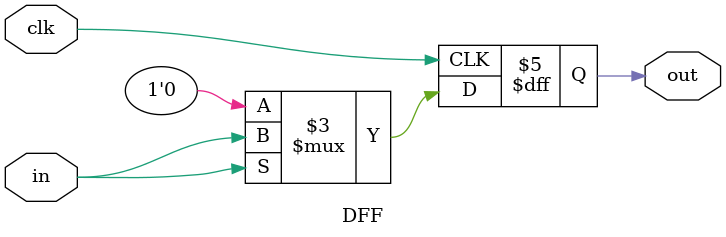
<source format=v>
/**
* Data-Flip-Flop
* out[t+1] = in[t]
*
* This module is implemented using reg-variables in verilog
*/

`default_nettype none
module DFF(
		input wire clk,
		input wire in,
		output reg out
);

always @(posedge clk)
	if (in) out <= in;
	else out <= 1'b0;

endmodule


</source>
